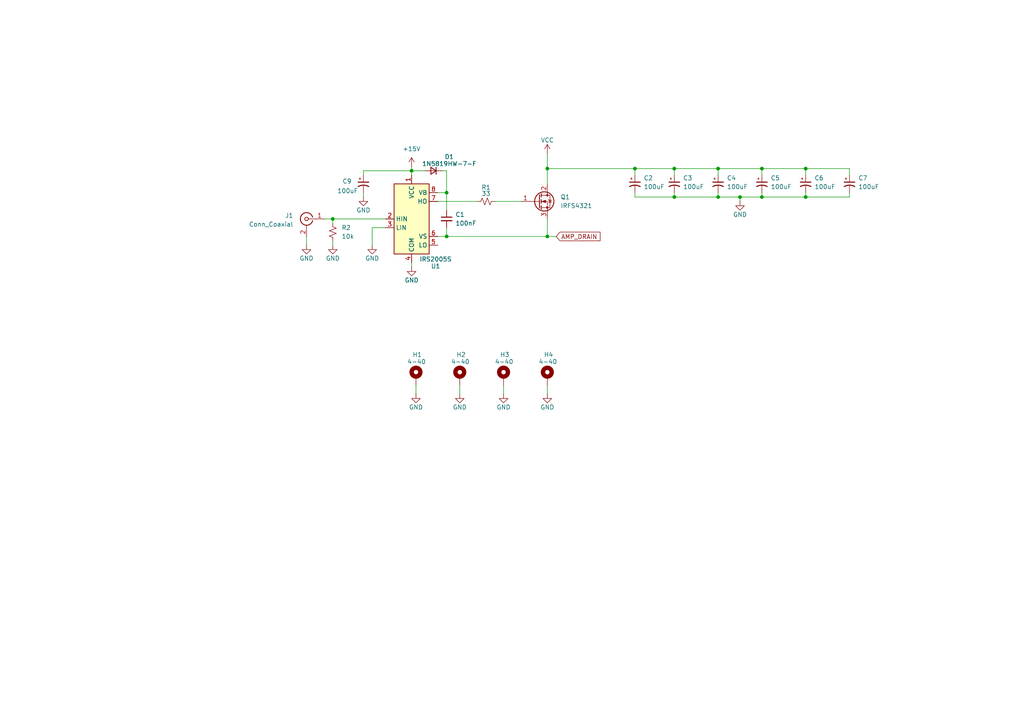
<source format=kicad_sch>
(kicad_sch (version 20231120) (generator "eeschema") (generator_version "8.0")
  (paper "A4")
  (title_block (title "Drain Driver") (date "2024-06-18") (rev "v1.0") (company "openEPR") (comment 1 "Timothy Keller"))
  (lib_symbols
    (symbol "Connector:Conn_Coaxial" (pin_names (offset 1.016) hide)
      (property "Reference" "J" (at 0.254 3.048 0))
      (property "Value" "Conn_Coaxial" (at 2.921 0 90))
      (symbol "Conn_Coaxial_0_1"
        (arc (start -1.778 -0.508) (mid 0.2311 -1.8066) (end 1.778 0) (stroke (width 0.254)))
        (polyline (pts (xy -2.54 0) (xy -0.508 0)))
        (polyline (pts (xy 0 -2.54) (xy 0 -1.778)))
        (circle (center 0 0) (radius 0.508) (stroke (width 0.2032)))
        (arc (start 1.778 0) (mid 0.2099 1.8101) (end -1.778 0.508) (stroke (width 0.254)))
      )
      (symbol "Conn_Coaxial_1_1"
        (pin passive line (at -5.08 0 0) (length 2.54) (name "In") (number "1"))
        (pin passive line (at 0 -5.08 90) (length 2.54) (name "Ext") (number "2"))
      )
    )
    (symbol "Device:C_Polarized_Small_US" (pin_numbers hide) (pin_names (offset 0.254) hide)
      (property "Reference" "C" (at 0.254 1.778 0))
      (property "Value" "C_Polarized_Small_US" (at 0.254 -2.032 0))
      (symbol "C_Polarized_Small_US_0_1"
        (polyline (pts (xy -1.524 0.508) (xy 1.524 0.508)) (stroke (width 0.3048)))
        (polyline (pts (xy -1.27 1.524) (xy -0.762 1.524)))
        (polyline (pts (xy -1.016 1.27) (xy -1.016 1.778)))
        (arc (start 1.524 -0.762) (mid 0 -0.3734) (end -1.524 -0.762) (stroke (width 0.3048)))
      )
      (symbol "C_Polarized_Small_US_1_1"
        (pin passive line (at 0 2.54 270) (length 2.032) (name "~") (number "1"))
        (pin passive line (at 0 -2.54 90) (length 2.032) (name "~") (number "2"))
      )
    )
    (symbol "Device:C_Small" (pin_numbers hide) (pin_names (offset 0.254) hide)
      (property "Reference" "C" (at 0.254 1.778 0))
      (property "Value" "C_Small" (at 0.254 -2.032 0))
      (symbol "C_Small_0_1"
        (polyline (pts (xy -1.524 -0.508) (xy 1.524 -0.508)) (stroke (width 0.3302)))
        (polyline (pts (xy -1.524 0.508) (xy 1.524 0.508)) (stroke (width 0.3048)))
      )
      (symbol "C_Small_1_1"
        (pin passive line (at 0 2.54 270) (length 2.032) (name "~") (number "1"))
        (pin passive line (at 0 -2.54 90) (length 2.032) (name "~") (number "2"))
      )
    )
    (symbol "Device:D_Small" (pin_numbers hide) (pin_names (offset 0.254) hide)
      (property "Reference" "D" (at -1.27 2.032 0))
      (property "Value" "D_Small" (at -3.81 -2.032 0))
      (symbol "D_Small_0_1"
        (polyline (pts (xy -0.762 -1.016) (xy -0.762 1.016)) (stroke (width 0.254)))
        (polyline (pts (xy -0.762 0) (xy 0.762 0)))
        (polyline (pts (xy 0.762 -1.016) (xy -0.762 0) (xy 0.762 1.016) (xy 0.762 -1.016)) (stroke (width 0.254)))
      )
      (symbol "D_Small_1_1"
        (pin passive line (at -2.54 0 0) (length 1.778) (name "K") (number "1"))
        (pin passive line (at 2.54 0 180) (length 1.778) (name "A") (number "2"))
      )
    )
    (symbol "Device:R_Small_US" (pin_numbers hide) (pin_names (offset 0.254) hide)
      (property "Reference" "R" (at 0.762 0.508 0))
      (property "Value" "R_Small_US" (at 0.762 -1.016 0))
      (symbol "R_Small_US_1_1"
        (polyline (pts (xy 0 0) (xy 1.016 -0.381) (xy 0 -0.762) (xy -1.016 -1.143) (xy 0 -1.524)))
        (polyline (pts (xy 0 1.524) (xy 1.016 1.143) (xy 0 0.762) (xy -1.016 0.381) (xy 0 0)))
        (pin passive line (at 0 2.54 270) (length 1.016) (name "~") (number "1"))
        (pin passive line (at 0 -2.54 90) (length 1.016) (name "~") (number "2"))
      )
    )
    (symbol "Driver_FET:IRS2005S"
      (property "Reference" "U" (at 1.27 13.335 0))
      (property "Value" "IRS2005S" (at 1.27 11.43 0))
      (symbol "IRS2005S_0_1"
        (rectangle (start -5.08 -10.16) (end 5.08 10.16) (stroke (width 0.254)) (fill (type background)))
      )
      (symbol "IRS2005S_1_1"
        (pin power_in line (at 0 12.7 270) (length 2.54) (name "VCC") (number "1"))
        (pin input line (at -7.62 0 0) (length 2.54) (name "HIN") (number "2"))
        (pin input line (at -7.62 -2.54 0) (length 2.54) (name "LIN") (number "3"))
        (pin power_in line (at 0 -12.7 90) (length 2.54) (name "COM") (number "4"))
        (pin output line (at 7.62 -7.62 180) (length 2.54) (name "LO") (number "5"))
        (pin passive line (at 7.62 -5.08 180) (length 2.54) (name "VS") (number "6"))
        (pin output line (at 7.62 5.08 180) (length 2.54) (name "HO") (number "7"))
        (pin passive line (at 7.62 7.62 180) (length 2.54) (name "VB") (number "8"))
      )
    )
    (symbol "Mechanical:MountingHole_Pad" (pin_numbers hide) (pin_names (offset 1.016) hide)
      (property "Reference" "H" (at 0 6.35 0))
      (property "Value" "MountingHole_Pad" (at 0 4.445 0))
      (symbol "MountingHole_Pad_0_1"
        (circle (center 0 1.27) (radius 1.27) (stroke (width 1.27)))
      )
      (symbol "MountingHole_Pad_1_1"
        (pin input line (at 0 -2.54 90) (length 2.54) (name "1") (number "1"))
      )
    )
    (symbol "Transistor_FET:IRFS4321" (pin_names hide)
      (property "Reference" "Q" (at 5.08 1.905 0))
      (property "Value" "IRFS4321" (at 5.08 0 0))
      (symbol "IRFS4321_0_1"
        (polyline (pts (xy 0.254 0) (xy -2.54 0)))
        (polyline (pts (xy 0.254 1.905) (xy 0.254 -1.905)) (stroke (width 0.254)))
        (polyline (pts (xy 0.762 -1.27) (xy 0.762 -2.286)) (stroke (width 0.254)))
        (polyline (pts (xy 0.762 0.508) (xy 0.762 -0.508)) (stroke (width 0.254)))
        (polyline (pts (xy 0.762 2.286) (xy 0.762 1.27)) (stroke (width 0.254)))
        (polyline (pts (xy 2.54 2.54) (xy 2.54 1.778)))
        (polyline (pts (xy 2.54 -2.54) (xy 2.54 0) (xy 0.762 0)))
        (polyline (pts (xy 0.762 -1.778) (xy 3.302 -1.778) (xy 3.302 1.778) (xy 0.762 1.778)))
        (polyline (pts (xy 1.016 0) (xy 2.032 0.381) (xy 2.032 -0.381) (xy 1.016 0)) (fill (type outline)))
        (polyline (pts (xy 2.794 0.508) (xy 2.921 0.381) (xy 3.683 0.381) (xy 3.81 0.254)))
        (polyline (pts (xy 3.302 0.381) (xy 2.921 -0.254) (xy 3.683 -0.254) (xy 3.302 0.381)))
        (circle (center 1.651 0) (radius 2.794) (stroke (width 0.254)))
        (circle (center 2.54 -1.778) (radius 0.254) (fill (type outline)))
        (circle (center 2.54 1.778) (radius 0.254) (fill (type outline)))
      )
      (symbol "IRFS4321_1_1"
        (pin passive line (at -5.08 0 0) (length 2.54) (name "G") (number "1"))
        (pin passive line (at 2.54 5.08 270) (length 2.54) (name "D") (number "2"))
        (pin passive line (at 2.54 -5.08 90) (length 2.54) (name "S") (number "3"))
      )
    )
    (symbol "power:+15V" (power) (pin_numbers hide) (pin_names (offset 0) hide)
      (property "Value" "+15V" (at 0 3.556 0))
      (symbol "+15V_0_1"
        (polyline (pts (xy -0.762 1.27) (xy 0 2.54)))
        (polyline (pts (xy 0 0) (xy 0 2.54)))
        (polyline (pts (xy 0 2.54) (xy 0.762 1.27)))
      )
      (symbol "+15V_1_1"
        (pin power_in line (at 0 0 90) (length 0) (name "~") (number "1"))
      )
    )
    (symbol "power:GND" (power) (pin_numbers hide) (pin_names (offset 0) hide)
      (property "Value" "GND" (at 0 -3.81 0))
      (symbol "GND_0_1"
        (polyline (pts (xy 0 0) (xy 0 -1.27) (xy 1.27 -1.27) (xy 0 -2.54) (xy -1.27 -1.27) (xy 0 -1.27)))
      )
      (symbol "GND_1_1"
        (pin power_in line (at 0 0 270) (length 0) (name "~") (number "1"))
      )
    )
    (symbol "power:VCC" (power) (pin_numbers hide) (pin_names (offset 0) hide)
      (property "Value" "VCC" (at 0 3.556 0))
      (symbol "VCC_0_1"
        (polyline (pts (xy -0.762 1.27) (xy 0 2.54)))
        (polyline (pts (xy 0 0) (xy 0 2.54)))
        (polyline (pts (xy 0 2.54) (xy 0.762 1.27)))
      )
      (symbol "VCC_1_1"
        (pin power_in line (at 0 0 90) (length 0) (name "~") (number "1"))
      )
    )
  )
  (junction (at 96.52 63.5))
  (junction (at 184.15 48.895))
  (junction (at 208.28 57.15))
  (junction (at 208.28 48.895))
  (junction (at 233.68 48.895))
  (junction (at 195.58 48.895))
  (junction (at 220.98 48.895))
  (junction (at 233.68 57.15))
  (junction (at 214.63 57.15))
  (junction (at 195.58 57.15))
  (junction (at 158.75 68.58))
  (junction (at 119.38 49.53))
  (junction (at 158.75 48.895))
  (junction (at 220.98 57.15))
  (junction (at 129.54 68.58))
  (junction (at 129.54 55.88))
  (wire (pts (xy 88.9 68.58) (xy 88.9 71.12)))
  (wire (pts (xy 246.38 48.895) (xy 246.38 50.8)))
  (wire (pts (xy 127 58.42) (xy 138.43 58.42)))
  (wire (pts (xy 105.41 50.8) (xy 105.41 49.53)))
  (wire (pts (xy 184.15 55.88) (xy 184.15 57.15)))
  (wire (pts (xy 208.28 48.895) (xy 208.28 50.8)))
  (wire (pts (xy 220.98 48.895) (xy 233.68 48.895)))
  (wire (pts (xy 195.58 57.15) (xy 208.28 57.15)))
  (wire (pts (xy 96.52 63.5) (xy 96.52 64.77)))
  (wire (pts (xy 158.75 63.5) (xy 158.75 68.58)))
  (wire (pts (xy 184.15 48.895) (xy 184.15 50.8)))
  (wire (pts (xy 184.15 48.895) (xy 195.58 48.895)))
  (wire (pts (xy 105.41 55.88) (xy 105.41 57.15)))
  (wire (pts (xy 107.95 66.04) (xy 107.95 71.12)))
  (wire (pts (xy 107.95 66.04) (xy 111.76 66.04)))
  (wire (pts (xy 220.98 48.895) (xy 220.98 50.8)))
  (wire (pts (xy 214.63 57.15) (xy 214.63 58.42)))
  (wire (pts (xy 120.65 111.76) (xy 120.65 114.3)))
  (wire (pts (xy 129.54 55.88) (xy 129.54 49.53)))
  (wire (pts (xy 195.58 48.895) (xy 208.28 48.895)))
  (wire (pts (xy 158.75 111.76) (xy 158.75 114.3)))
  (wire (pts (xy 233.68 57.15) (xy 220.98 57.15)))
  (wire (pts (xy 123.19 49.53) (xy 119.38 49.53)))
  (wire (pts (xy 208.28 55.88) (xy 208.28 57.15)))
  (wire (pts (xy 133.35 111.76) (xy 133.35 114.3)))
  (wire (pts (xy 158.75 44.45) (xy 158.75 48.895)))
  (wire (pts (xy 143.51 58.42) (xy 151.13 58.42)))
  (wire (pts (xy 195.58 48.895) (xy 195.58 50.8)))
  (wire (pts (xy 233.68 55.88) (xy 233.68 57.15)))
  (wire (pts (xy 111.76 63.5) (xy 96.52 63.5)))
  (wire (pts (xy 129.54 55.88) (xy 127 55.88)))
  (wire (pts (xy 233.68 48.895) (xy 233.68 50.8)))
  (wire (pts (xy 158.75 48.895) (xy 184.15 48.895)))
  (wire (pts (xy 119.38 49.53) (xy 119.38 50.8)))
  (wire (pts (xy 208.28 48.895) (xy 220.98 48.895)))
  (wire (pts (xy 93.98 63.5) (xy 96.52 63.5)))
  (wire (pts (xy 119.38 76.2) (xy 119.38 77.47)))
  (wire (pts (xy 158.75 48.895) (xy 158.75 53.34)))
  (wire (pts (xy 129.54 68.58) (xy 129.54 66.04)))
  (wire (pts (xy 158.75 68.58) (xy 161.29 68.58)))
  (wire (pts (xy 129.54 49.53) (xy 128.27 49.53)))
  (wire (pts (xy 129.54 60.96) (xy 129.54 55.88)))
  (wire (pts (xy 233.68 48.895) (xy 246.38 48.895)))
  (wire (pts (xy 208.28 57.15) (xy 214.63 57.15)))
  (wire (pts (xy 220.98 55.88) (xy 220.98 57.15)))
  (wire (pts (xy 129.54 68.58) (xy 158.75 68.58)))
  (wire (pts (xy 146.05 111.76) (xy 146.05 114.3)))
  (wire (pts (xy 96.52 69.85) (xy 96.52 71.12)))
  (wire (pts (xy 246.38 55.88) (xy 246.38 57.15)))
  (wire (pts (xy 105.41 49.53) (xy 119.38 49.53)))
  (wire (pts (xy 119.38 48.26) (xy 119.38 49.53)))
  (wire (pts (xy 246.38 57.15) (xy 233.68 57.15)))
  (wire (pts (xy 220.98 57.15) (xy 214.63 57.15)))
  (wire (pts (xy 195.58 55.88) (xy 195.58 57.15)))
  (wire (pts (xy 127 68.58) (xy 129.54 68.58)))
  (wire (pts (xy 184.15 57.15) (xy 195.58 57.15)))
  (global_label "AMP_DRAIN" (shape input) (at 161.29 68.58 0) (property "Intersheetrefs" "${INTERSHEET_REFS}" (effects (hide yes))))
  (symbol (lib_id "power:GND") (at 107.95 71.12 0) (unit 1)
    (property "Reference" "#PWR06" (effects (hide yes)))
    (property "Value" "GND" (at 107.95 74.93 0))
    (property "Description" "Power symbol creates a global label with name \"GND\" , ground" (effects (hide yes)))
  )
  (symbol (lib_id "Device:C_Polarized_Small_US") (at 233.68 53.34 0) (unit 1)
    (property "Reference" "C6" (at 236.22 51.6381 0) (effects (justify left)))
    (property "Value" "100uF" (at 236.22 54.1781 0) (effects (justify left)))
    (property "Footprint" "Capacitor_THT:CP_Radial_D13.0mm_P5.00mm" (effects (hide yes)))
    (property "Description" "Polarized capacitor, small US symbol" (effects (hide yes)))
  )
  (symbol (lib_id "Device:R_Small_US") (at 96.52 67.31 0) (unit 1)
    (property "Reference" "R2" (at 99.06 66.0399 0) (effects (justify left)))
    (property "Value" "10k" (at 99.06 68.5799 0) (effects (justify left)))
    (property "Footprint" "Resistor_SMD:R_0805_2012Metric" (effects (hide yes)))
    (property "Description" "Resistor, small US symbol" (effects (hide yes)))
  )
  (symbol (lib_id "power:GND") (at 105.41 57.15 0) (unit 1)
    (property "Reference" "#PWR08" (effects (hide yes)))
    (property "Value" "GND" (at 105.41 60.96 0))
    (property "Description" "Power symbol creates a global label with name \"GND\" , ground" (effects (hide yes)))
  )
  (symbol (lib_id "Connector:Conn_Coaxial") (at 88.9 63.5 0) (mirror y) (unit 1)
    (property "Reference" "J1" (at 85.09 62.5231 0) (effects (justify left)))
    (property "Value" "Conn_Coaxial" (at 85.09 65.0631 0) (effects (justify left)))
    (property "Footprint" "Connector_Coaxial:SMA_Samtec_SMA-J-P-X-ST-EM1_EdgeMount" (effects (hide yes)))
    (property "Datasheet" " ~" (effects (hide yes)))
    (property "Description" "coaxial connector (BNC, SMA, SMB, SMC, Cinch/RCA, LEMO, ...)" (effects (hide yes)))
  )
  (symbol (lib_id "Device:C_Polarized_Small_US") (at 105.41 53.34 0) (unit 1)
    (property "Reference" "C9" (at 99.314 52.578 0) (effects (justify left)))
    (property "Value" "100uF" (at 97.79 55.372 0) (effects (justify left)))
    (property "Footprint" "Capacitor_THT:CP_Radial_D13.0mm_P5.00mm" (effects (hide yes)))
    (property "Description" "Polarized capacitor, small US symbol" (effects (hide yes)))
  )
  (symbol (lib_id "power:GND") (at 88.9 71.12 0) (unit 1)
    (property "Reference" "#PWR07" (effects (hide yes)))
    (property "Value" "GND" (at 88.9 74.93 0))
    (property "Description" "Power symbol creates a global label with name \"GND\" , ground" (effects (hide yes)))
  )
  (symbol (lib_id "power:GND") (at 146.05 114.3 0) (unit 1)
    (property "Reference" "#PWR011" (effects (hide yes)))
    (property "Value" "GND" (at 146.05 118.11 0))
    (property "Description" "Power symbol creates a global label with name \"GND\" , ground" (effects (hide yes)))
  )
  (symbol (lib_id "power:GND") (at 158.75 114.3 0) (unit 1)
    (property "Reference" "#PWR012" (effects (hide yes)))
    (property "Value" "GND" (at 158.75 118.11 0))
    (property "Description" "Power symbol creates a global label with name \"GND\" , ground" (effects (hide yes)))
  )
  (symbol (lib_id "Device:C_Polarized_Small_US") (at 184.15 53.34 0) (unit 1)
    (property "Reference" "C2" (at 186.69 51.6381 0) (effects (justify left)))
    (property "Value" "100uF" (at 186.69 54.1781 0) (effects (justify left)))
    (property "Footprint" "Capacitor_THT:CP_Radial_D13.0mm_P5.00mm" (effects (hide yes)))
    (property "Description" "Polarized capacitor, small US symbol" (effects (hide yes)))
  )
  (symbol (lib_id "power:GND") (at 119.38 77.47 0) (unit 1)
    (property "Reference" "#PWR04" (effects (hide yes)))
    (property "Value" "GND" (at 119.38 81.28 0))
    (property "Description" "Power symbol creates a global label with name \"GND\" , ground" (effects (hide yes)))
  )
  (symbol (lib_id "Device:C_Polarized_Small_US") (at 220.98 53.34 0) (unit 1)
    (property "Reference" "C5" (at 223.52 51.6381 0) (effects (justify left)))
    (property "Value" "100uF" (at 223.52 54.1781 0) (effects (justify left)))
    (property "Footprint" "Capacitor_THT:CP_Radial_D13.0mm_P5.00mm" (effects (hide yes)))
    (property "Description" "Polarized capacitor, small US symbol" (effects (hide yes)))
  )
  (symbol (lib_id "Mechanical:MountingHole_Pad") (at 158.75 109.22 0) (unit 1)
    (property "Reference" "H4" (at 157.734 102.87 0) (effects (justify left)))
    (property "Value" "4-40" (at 156.21 104.902 0) (effects (justify left)))
    (property "Footprint" "_tim-Mounting-Holes:4-40_Hole_Pad" (effects (hide yes)))
    (property "Description" "Mounting Hole with connection" (effects (hide yes)))
  )
  (symbol (lib_id "power:GND") (at 214.63 58.42 0) (unit 1)
    (property "Reference" "#PWR01" (effects (hide yes)))
    (property "Value" "GND" (at 214.63 62.23 0))
    (property "Description" "Power symbol creates a global label with name \"GND\" , ground" (effects (hide yes)))
  )
  (symbol (lib_id "Mechanical:MountingHole_Pad") (at 146.05 109.22 0) (unit 1)
    (property "Reference" "H3" (at 145.034 102.87 0) (effects (justify left)))
    (property "Value" "4-40" (at 143.51 104.902 0) (effects (justify left)))
    (property "Footprint" "_tim-Mounting-Holes:4-40_Hole_Pad" (effects (hide yes)))
    (property "Description" "Mounting Hole with connection" (effects (hide yes)))
  )
  (symbol (lib_id "Mechanical:MountingHole_Pad") (at 133.35 109.22 0) (unit 1)
    (property "Reference" "H2" (at 132.334 102.87 0) (effects (justify left)))
    (property "Value" "4-40" (at 130.81 104.902 0) (effects (justify left)))
    (property "Footprint" "_tim-Mounting-Holes:4-40_Hole_Pad" (effects (hide yes)))
    (property "Description" "Mounting Hole with connection" (effects (hide yes)))
  )
  (symbol (lib_id "Device:C_Polarized_Small_US") (at 208.28 53.34 0) (unit 1)
    (property "Reference" "C4" (at 210.82 51.6381 0) (effects (justify left)))
    (property "Value" "100uF" (at 210.82 54.1781 0) (effects (justify left)))
    (property "Footprint" "Capacitor_THT:CP_Radial_D13.0mm_P5.00mm" (effects (hide yes)))
    (property "Description" "Polarized capacitor, small US symbol" (effects (hide yes)))
  )
  (symbol (lib_id "Device:C_Polarized_Small_US") (at 246.38 53.34 0) (unit 1)
    (property "Reference" "C7" (at 248.92 51.6381 0) (effects (justify left)))
    (property "Value" "100uF" (at 248.92 54.1781 0) (effects (justify left)))
    (property "Footprint" "Capacitor_THT:CP_Radial_D13.0mm_P5.00mm" (effects (hide yes)))
    (property "Description" "Polarized capacitor, small US symbol" (effects (hide yes)))
  )
  (symbol (lib_id "power:GND") (at 96.52 71.12 0) (unit 1)
    (property "Reference" "#PWR05" (effects (hide yes)))
    (property "Value" "GND" (at 96.52 74.93 0))
    (property "Description" "Power symbol creates a global label with name \"GND\" , ground" (effects (hide yes)))
  )
  (symbol (lib_id "Driver_FET:IRS2005S") (at 119.38 63.5 0) (unit 1)
    (property "Reference" "U1" (at 124.968 77.216 0) (effects (justify left)))
    (property "Value" "IRS2005S" (at 121.666 75.184 0) (effects (justify left)))
    (property "Footprint" "Package_SO:SOIC-8_3.9x4.9mm_P1.27mm" (effects (hide yes)))
    (property "Datasheet" "https://www.infineon.com/dgdl/Infineon-IRS2005S-DS-v02_00-EN.pdf?fileId=5546d462533600a4015364c4246229e1" (effects (hide yes)))
    (property "Description" "High and Low Side Driver, 200V, 290/600mA, SOIC-8" (effects (hide yes)))
  )
  (symbol (lib_id "Device:C_Polarized_Small_US") (at 195.58 53.34 0) (unit 1)
    (property "Reference" "C3" (at 198.12 51.6381 0) (effects (justify left)))
    (property "Value" "100uF" (at 198.12 54.1781 0) (effects (justify left)))
    (property "Footprint" "Capacitor_THT:CP_Radial_D13.0mm_P5.00mm" (effects (hide yes)))
    (property "Description" "Polarized capacitor, small US symbol" (effects (hide yes)))
  )
  (symbol (lib_id "Device:R_Small_US") (at 140.97 58.42 90) (unit 1)
    (property "Reference" "R1" (at 140.97 54.356 90))
    (property "Value" "33" (at 140.97 56.134 90))
    (property "Footprint" "Resistor_SMD:R_0805_2012Metric" (effects (hide yes)))
    (property "Description" "Resistor, small US symbol" (effects (hide yes)))
  )
  (symbol (lib_id "power:+15V") (at 119.38 48.26 0) (unit 1)
    (property "Reference" "#PWR03" (effects (hide yes)))
    (property "Value" "+15V" (at 119.38 43.18 0))
    (property "Description" "Power symbol creates a global label with name \"+15V\"" (effects (hide yes)))
  )
  (symbol (lib_id "power:GND") (at 120.65 114.3 0) (unit 1)
    (property "Reference" "#PWR09" (effects (hide yes)))
    (property "Value" "GND" (at 120.65 118.11 0))
    (property "Description" "Power symbol creates a global label with name \"GND\" , ground" (effects (hide yes)))
  )
  (symbol (lib_id "Mechanical:MountingHole_Pad") (at 120.65 109.22 0) (unit 1)
    (property "Reference" "H1" (at 119.634 102.87 0) (effects (justify left)))
    (property "Value" "4-40" (at 118.11 104.902 0) (effects (justify left)))
    (property "Footprint" "_tim-Mounting-Holes:4-40_Hole_Pad" (effects (hide yes)))
    (property "Description" "Mounting Hole with connection" (effects (hide yes)))
  )
  (symbol (lib_id "power:GND") (at 133.35 114.3 0) (unit 1)
    (property "Reference" "#PWR010" (effects (hide yes)))
    (property "Value" "GND" (at 133.35 118.11 0))
    (property "Description" "Power symbol creates a global label with name \"GND\" , ground" (effects (hide yes)))
  )
  (symbol (lib_id "power:VCC") (at 158.75 44.45 0) (unit 1)
    (property "Reference" "#PWR02" (effects (hide yes)))
    (property "Value" "VCC" (at 158.75 40.64 0))
    (property "Description" "Power symbol creates a global label with name \"VCC\"" (effects (hide yes)))
  )
  (symbol (lib_id "Device:D_Small") (at 125.73 49.53 180) (unit 1)
    (property "Reference" "D1" (at 130.302 45.466 0))
    (property "Value" "1N5819HW-7-F" (at 130.302 47.498 0))
    (property "Footprint" "Diode_SMD:D_SOD-123" (effects (hide yes)))
    (property "Description" "Diode, small symbol" (effects (hide yes)))
    (property "Sim.Device" "D" (effects (hide yes)))
    (property "Sim.Pins" "1=K 2=A" (effects (hide yes)))
    (property "Digikey" "BAV19W-E3-08GICT-ND" (effects (hide yes)))
  )
  (symbol (lib_id "Device:C_Small") (at 129.54 63.5 0) (unit 1)
    (property "Reference" "C1" (at 132.08 62.2362 0) (effects (justify left)))
    (property "Value" "100nF" (at 132.08 64.7762 0) (effects (justify left)))
    (property "Footprint" "Capacitor_SMD:C_0805_2012Metric" (effects (hide yes)))
    (property "Description" "Unpolarized capacitor, small symbol" (effects (hide yes)))
  )
  (symbol (lib_id "Transistor_FET:IRFS4321") (at 156.21 58.42 0) (unit 1)
    (property "Reference" "Q1" (at 162.56 57.1499 0) (effects (justify left)))
    (property "Value" "IRFS4321" (at 162.56 59.6899 0) (effects (justify left)))
    (property "Footprint" "Package_TO_SOT_SMD:TO-263-2" (effects (hide yes)))
    (property "Datasheet" "https://www.infineon.com/dgdl/irfs4321pbf.pdf?fileId=5546d462533600a40153563a20dd21ad" (effects (hide yes)))
    (property "Description" "85A Id, 150V Vds, 12mOhm Rds, N-Channel HEXFET Power MOSFET, D2PAK" (effects (hide yes)))
  )
)
</source>
